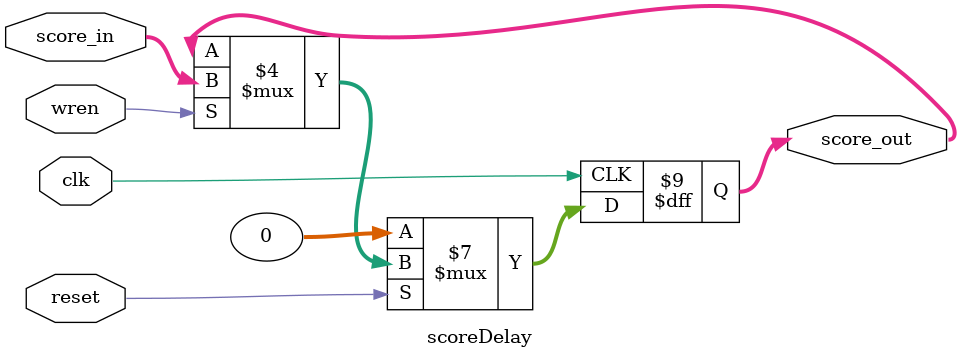
<source format=v>
module scoreDelay(score_in, score_out, reset, wren, clk);

output reg [31:0] score_out;
input [31:0] score_in;
input reset, clk, wren;

initial 
begin
	score_out <= 31'd0;
end

always @(posedge clk) begin
	if (~reset) begin
		score_out <= 31'd0;
	end else if (wren) begin
		score_out <= score_in;
	end
end

endmodule

</source>
